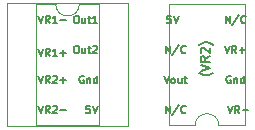
<source format=gbr>
%TF.GenerationSoftware,KiCad,Pcbnew,(5.1.6)-1*%
%TF.CreationDate,2022-10-11T15:47:42-07:00*%
%TF.ProjectId,DIP8_Adapter_B,44495038-5f41-4646-9170-7465725f422e,rev?*%
%TF.SameCoordinates,Original*%
%TF.FileFunction,Legend,Top*%
%TF.FilePolarity,Positive*%
%FSLAX46Y46*%
G04 Gerber Fmt 4.6, Leading zero omitted, Abs format (unit mm)*
G04 Created by KiCad (PCBNEW (5.1.6)-1) date 2022-10-11 15:47:42*
%MOMM*%
%LPD*%
G01*
G04 APERTURE LIST*
%ADD10C,0.127000*%
%ADD11C,0.150000*%
%ADD12C,0.120000*%
G04 APERTURE END LIST*
D10*
X145161000Y-82713285D02*
X145124714Y-82749571D01*
X145015857Y-82822142D01*
X144943285Y-82858428D01*
X144834428Y-82894714D01*
X144653000Y-82931000D01*
X144507857Y-82931000D01*
X144326428Y-82894714D01*
X144217571Y-82858428D01*
X144145000Y-82822142D01*
X144036142Y-82749571D01*
X143999857Y-82713285D01*
X144108714Y-82531857D02*
X144870714Y-82277857D01*
X144108714Y-82023857D01*
X144870714Y-81334428D02*
X144507857Y-81588428D01*
X144870714Y-81769857D02*
X144108714Y-81769857D01*
X144108714Y-81479571D01*
X144145000Y-81407000D01*
X144181285Y-81370714D01*
X144253857Y-81334428D01*
X144362714Y-81334428D01*
X144435285Y-81370714D01*
X144471571Y-81407000D01*
X144507857Y-81479571D01*
X144507857Y-81769857D01*
X144181285Y-81044142D02*
X144145000Y-81007857D01*
X144108714Y-80935285D01*
X144108714Y-80753857D01*
X144145000Y-80681285D01*
X144181285Y-80645000D01*
X144253857Y-80608714D01*
X144326428Y-80608714D01*
X144435285Y-80645000D01*
X144870714Y-81080428D01*
X144870714Y-80608714D01*
X145161000Y-80354714D02*
X145124714Y-80318428D01*
X145015857Y-80245857D01*
X144943285Y-80209571D01*
X144834428Y-80173285D01*
X144653000Y-80137000D01*
X144507857Y-80137000D01*
X144326428Y-80173285D01*
X144217571Y-80209571D01*
X144145000Y-80245857D01*
X144036142Y-80318428D01*
X143999857Y-80354714D01*
X146397738Y-85504261D02*
X146609404Y-86139261D01*
X146821071Y-85504261D01*
X147395595Y-86139261D02*
X147183928Y-85836880D01*
X147032738Y-86139261D02*
X147032738Y-85504261D01*
X147274642Y-85504261D01*
X147335119Y-85534500D01*
X147365357Y-85564738D01*
X147395595Y-85625214D01*
X147395595Y-85715928D01*
X147365357Y-85776404D01*
X147335119Y-85806642D01*
X147274642Y-85836880D01*
X147032738Y-85836880D01*
X147667738Y-85897357D02*
X148151547Y-85897357D01*
X146657785Y-82994500D02*
X146597309Y-82964261D01*
X146506595Y-82964261D01*
X146415880Y-82994500D01*
X146355404Y-83054976D01*
X146325166Y-83115452D01*
X146294928Y-83236404D01*
X146294928Y-83327119D01*
X146325166Y-83448071D01*
X146355404Y-83508547D01*
X146415880Y-83569023D01*
X146506595Y-83599261D01*
X146567071Y-83599261D01*
X146657785Y-83569023D01*
X146688023Y-83538785D01*
X146688023Y-83327119D01*
X146567071Y-83327119D01*
X146960166Y-83175928D02*
X146960166Y-83599261D01*
X146960166Y-83236404D02*
X146990404Y-83206166D01*
X147050880Y-83175928D01*
X147141595Y-83175928D01*
X147202071Y-83206166D01*
X147232309Y-83266642D01*
X147232309Y-83599261D01*
X147806833Y-83599261D02*
X147806833Y-82964261D01*
X147806833Y-83569023D02*
X147746357Y-83599261D01*
X147625404Y-83599261D01*
X147564928Y-83569023D01*
X147534690Y-83538785D01*
X147504452Y-83478309D01*
X147504452Y-83296880D01*
X147534690Y-83236404D01*
X147564928Y-83206166D01*
X147625404Y-83175928D01*
X147746357Y-83175928D01*
X147806833Y-83206166D01*
X146143738Y-80424261D02*
X146355404Y-81059261D01*
X146567071Y-80424261D01*
X147141595Y-81059261D02*
X146929928Y-80756880D01*
X146778738Y-81059261D02*
X146778738Y-80424261D01*
X147020642Y-80424261D01*
X147081119Y-80454500D01*
X147111357Y-80484738D01*
X147141595Y-80545214D01*
X147141595Y-80635928D01*
X147111357Y-80696404D01*
X147081119Y-80726642D01*
X147020642Y-80756880D01*
X146778738Y-80756880D01*
X147413738Y-80817357D02*
X147897547Y-80817357D01*
X147655642Y-81059261D02*
X147655642Y-80575452D01*
X146234452Y-78519261D02*
X146234452Y-77884261D01*
X146597309Y-78519261D01*
X146597309Y-77884261D01*
X147353261Y-77854023D02*
X146808976Y-78670452D01*
X147927785Y-78458785D02*
X147897547Y-78489023D01*
X147806833Y-78519261D01*
X147746357Y-78519261D01*
X147655642Y-78489023D01*
X147595166Y-78428547D01*
X147564928Y-78368071D01*
X147534690Y-78247119D01*
X147534690Y-78156404D01*
X147564928Y-78035452D01*
X147595166Y-77974976D01*
X147655642Y-77914500D01*
X147746357Y-77884261D01*
X147806833Y-77884261D01*
X147897547Y-77914500D01*
X147927785Y-77944738D01*
X141154452Y-86139261D02*
X141154452Y-85504261D01*
X141517309Y-86139261D01*
X141517309Y-85504261D01*
X142273261Y-85474023D02*
X141728976Y-86290452D01*
X142847785Y-86078785D02*
X142817547Y-86109023D01*
X142726833Y-86139261D01*
X142666357Y-86139261D01*
X142575642Y-86109023D01*
X142515166Y-86048547D01*
X142484928Y-85988071D01*
X142454690Y-85867119D01*
X142454690Y-85776404D01*
X142484928Y-85655452D01*
X142515166Y-85594976D01*
X142575642Y-85534500D01*
X142666357Y-85504261D01*
X142726833Y-85504261D01*
X142817547Y-85534500D01*
X142847785Y-85564738D01*
X141018380Y-82964261D02*
X141230047Y-83599261D01*
X141441714Y-82964261D01*
X141744095Y-83599261D02*
X141683619Y-83569023D01*
X141653380Y-83538785D01*
X141623142Y-83478309D01*
X141623142Y-83296880D01*
X141653380Y-83236404D01*
X141683619Y-83206166D01*
X141744095Y-83175928D01*
X141834809Y-83175928D01*
X141895285Y-83206166D01*
X141925523Y-83236404D01*
X141955761Y-83296880D01*
X141955761Y-83478309D01*
X141925523Y-83538785D01*
X141895285Y-83569023D01*
X141834809Y-83599261D01*
X141744095Y-83599261D01*
X142500047Y-83175928D02*
X142500047Y-83599261D01*
X142227904Y-83175928D02*
X142227904Y-83508547D01*
X142258142Y-83569023D01*
X142318619Y-83599261D01*
X142409333Y-83599261D01*
X142469809Y-83569023D01*
X142500047Y-83538785D01*
X142711714Y-83175928D02*
X142953619Y-83175928D01*
X142802428Y-82964261D02*
X142802428Y-83508547D01*
X142832666Y-83569023D01*
X142893142Y-83599261D01*
X142953619Y-83599261D01*
X141154452Y-81059261D02*
X141154452Y-80424261D01*
X141517309Y-81059261D01*
X141517309Y-80424261D01*
X142273261Y-80394023D02*
X141728976Y-81210452D01*
X142847785Y-80998785D02*
X142817547Y-81029023D01*
X142726833Y-81059261D01*
X142666357Y-81059261D01*
X142575642Y-81029023D01*
X142515166Y-80968547D01*
X142484928Y-80908071D01*
X142454690Y-80787119D01*
X142454690Y-80696404D01*
X142484928Y-80575452D01*
X142515166Y-80514976D01*
X142575642Y-80454500D01*
X142666357Y-80424261D01*
X142726833Y-80424261D01*
X142817547Y-80454500D01*
X142847785Y-80484738D01*
X141611047Y-77884261D02*
X141308666Y-77884261D01*
X141278428Y-78186642D01*
X141308666Y-78156404D01*
X141369142Y-78126166D01*
X141520333Y-78126166D01*
X141580809Y-78156404D01*
X141611047Y-78186642D01*
X141641285Y-78247119D01*
X141641285Y-78398309D01*
X141611047Y-78458785D01*
X141580809Y-78489023D01*
X141520333Y-78519261D01*
X141369142Y-78519261D01*
X141308666Y-78489023D01*
X141278428Y-78458785D01*
X141822714Y-77884261D02*
X142034380Y-78519261D01*
X142246047Y-77884261D01*
D11*
X134753047Y-85504261D02*
X134450666Y-85504261D01*
X134420428Y-85806642D01*
X134450666Y-85776404D01*
X134511142Y-85746166D01*
X134662333Y-85746166D01*
X134722809Y-85776404D01*
X134753047Y-85806642D01*
X134783285Y-85867119D01*
X134783285Y-86018309D01*
X134753047Y-86078785D01*
X134722809Y-86109023D01*
X134662333Y-86139261D01*
X134511142Y-86139261D01*
X134450666Y-86109023D01*
X134420428Y-86078785D01*
X134964714Y-85504261D02*
X135176380Y-86139261D01*
X135388047Y-85504261D01*
D10*
X134211785Y-82994500D02*
X134151309Y-82964261D01*
X134060595Y-82964261D01*
X133969880Y-82994500D01*
X133909404Y-83054976D01*
X133879166Y-83115452D01*
X133848928Y-83236404D01*
X133848928Y-83327119D01*
X133879166Y-83448071D01*
X133909404Y-83508547D01*
X133969880Y-83569023D01*
X134060595Y-83599261D01*
X134121071Y-83599261D01*
X134211785Y-83569023D01*
X134242023Y-83538785D01*
X134242023Y-83327119D01*
X134121071Y-83327119D01*
X134514166Y-83175928D02*
X134514166Y-83599261D01*
X134514166Y-83236404D02*
X134544404Y-83206166D01*
X134604880Y-83175928D01*
X134695595Y-83175928D01*
X134756071Y-83206166D01*
X134786309Y-83266642D01*
X134786309Y-83599261D01*
X135360833Y-83599261D02*
X135360833Y-82964261D01*
X135360833Y-83569023D02*
X135300357Y-83599261D01*
X135179404Y-83599261D01*
X135118928Y-83569023D01*
X135088690Y-83538785D01*
X135058452Y-83478309D01*
X135058452Y-83296880D01*
X135088690Y-83236404D01*
X135118928Y-83206166D01*
X135179404Y-83175928D01*
X135300357Y-83175928D01*
X135360833Y-83206166D01*
X133534452Y-80424261D02*
X133655404Y-80424261D01*
X133715880Y-80454500D01*
X133776357Y-80514976D01*
X133806595Y-80635928D01*
X133806595Y-80847595D01*
X133776357Y-80968547D01*
X133715880Y-81029023D01*
X133655404Y-81059261D01*
X133534452Y-81059261D01*
X133473976Y-81029023D01*
X133413500Y-80968547D01*
X133383261Y-80847595D01*
X133383261Y-80635928D01*
X133413500Y-80514976D01*
X133473976Y-80454500D01*
X133534452Y-80424261D01*
X134350880Y-80635928D02*
X134350880Y-81059261D01*
X134078738Y-80635928D02*
X134078738Y-80968547D01*
X134108976Y-81029023D01*
X134169452Y-81059261D01*
X134260166Y-81059261D01*
X134320642Y-81029023D01*
X134350880Y-80998785D01*
X134562547Y-80635928D02*
X134804452Y-80635928D01*
X134653261Y-80424261D02*
X134653261Y-80968547D01*
X134683500Y-81029023D01*
X134743976Y-81059261D01*
X134804452Y-81059261D01*
X134985880Y-80484738D02*
X135016119Y-80454500D01*
X135076595Y-80424261D01*
X135227785Y-80424261D01*
X135288261Y-80454500D01*
X135318500Y-80484738D01*
X135348738Y-80545214D01*
X135348738Y-80605690D01*
X135318500Y-80696404D01*
X134955642Y-81059261D01*
X135348738Y-81059261D01*
X133534452Y-77884261D02*
X133655404Y-77884261D01*
X133715880Y-77914500D01*
X133776357Y-77974976D01*
X133806595Y-78095928D01*
X133806595Y-78307595D01*
X133776357Y-78428547D01*
X133715880Y-78489023D01*
X133655404Y-78519261D01*
X133534452Y-78519261D01*
X133473976Y-78489023D01*
X133413500Y-78428547D01*
X133383261Y-78307595D01*
X133383261Y-78095928D01*
X133413500Y-77974976D01*
X133473976Y-77914500D01*
X133534452Y-77884261D01*
X134350880Y-78095928D02*
X134350880Y-78519261D01*
X134078738Y-78095928D02*
X134078738Y-78428547D01*
X134108976Y-78489023D01*
X134169452Y-78519261D01*
X134260166Y-78519261D01*
X134320642Y-78489023D01*
X134350880Y-78458785D01*
X134562547Y-78095928D02*
X134804452Y-78095928D01*
X134653261Y-77884261D02*
X134653261Y-78428547D01*
X134683500Y-78489023D01*
X134743976Y-78519261D01*
X134804452Y-78519261D01*
X135348738Y-78519261D02*
X134985880Y-78519261D01*
X135167309Y-78519261D02*
X135167309Y-77884261D01*
X135106833Y-77974976D01*
X135046357Y-78035452D01*
X134985880Y-78065690D01*
D11*
X130347357Y-85504261D02*
X130559023Y-86139261D01*
X130770690Y-85504261D01*
X131345214Y-86139261D02*
X131133547Y-85836880D01*
X130982357Y-86139261D02*
X130982357Y-85504261D01*
X131224261Y-85504261D01*
X131284738Y-85534500D01*
X131314976Y-85564738D01*
X131345214Y-85625214D01*
X131345214Y-85715928D01*
X131314976Y-85776404D01*
X131284738Y-85806642D01*
X131224261Y-85836880D01*
X130982357Y-85836880D01*
X131587119Y-85564738D02*
X131617357Y-85534500D01*
X131677833Y-85504261D01*
X131829023Y-85504261D01*
X131889500Y-85534500D01*
X131919738Y-85564738D01*
X131949976Y-85625214D01*
X131949976Y-85685690D01*
X131919738Y-85776404D01*
X131556880Y-86139261D01*
X131949976Y-86139261D01*
X132222119Y-85897357D02*
X132705928Y-85897357D01*
D10*
X130347357Y-82964261D02*
X130559023Y-83599261D01*
X130770690Y-82964261D01*
X131345214Y-83599261D02*
X131133547Y-83296880D01*
X130982357Y-83599261D02*
X130982357Y-82964261D01*
X131224261Y-82964261D01*
X131284738Y-82994500D01*
X131314976Y-83024738D01*
X131345214Y-83085214D01*
X131345214Y-83175928D01*
X131314976Y-83236404D01*
X131284738Y-83266642D01*
X131224261Y-83296880D01*
X130982357Y-83296880D01*
X131587119Y-83024738D02*
X131617357Y-82994500D01*
X131677833Y-82964261D01*
X131829023Y-82964261D01*
X131889500Y-82994500D01*
X131919738Y-83024738D01*
X131949976Y-83085214D01*
X131949976Y-83145690D01*
X131919738Y-83236404D01*
X131556880Y-83599261D01*
X131949976Y-83599261D01*
X132222119Y-83357357D02*
X132705928Y-83357357D01*
X132464023Y-83599261D02*
X132464023Y-83115452D01*
D11*
X130347357Y-80678261D02*
X130559023Y-81313261D01*
X130770690Y-80678261D01*
X131345214Y-81313261D02*
X131133547Y-81010880D01*
X130982357Y-81313261D02*
X130982357Y-80678261D01*
X131224261Y-80678261D01*
X131284738Y-80708500D01*
X131314976Y-80738738D01*
X131345214Y-80799214D01*
X131345214Y-80889928D01*
X131314976Y-80950404D01*
X131284738Y-80980642D01*
X131224261Y-81010880D01*
X130982357Y-81010880D01*
X131949976Y-81313261D02*
X131587119Y-81313261D01*
X131768547Y-81313261D02*
X131768547Y-80678261D01*
X131708071Y-80768976D01*
X131647595Y-80829452D01*
X131587119Y-80859690D01*
X132222119Y-81071357D02*
X132705928Y-81071357D01*
X132464023Y-81313261D02*
X132464023Y-80829452D01*
D10*
X130347357Y-77884261D02*
X130559023Y-78519261D01*
X130770690Y-77884261D01*
X131345214Y-78519261D02*
X131133547Y-78216880D01*
X130982357Y-78519261D02*
X130982357Y-77884261D01*
X131224261Y-77884261D01*
X131284738Y-77914500D01*
X131314976Y-77944738D01*
X131345214Y-78005214D01*
X131345214Y-78095928D01*
X131314976Y-78156404D01*
X131284738Y-78186642D01*
X131224261Y-78216880D01*
X130982357Y-78216880D01*
X131949976Y-78519261D02*
X131587119Y-78519261D01*
X131768547Y-78519261D02*
X131768547Y-77884261D01*
X131708071Y-77974976D01*
X131647595Y-78035452D01*
X131587119Y-78065690D01*
X132222119Y-78277357D02*
X132705928Y-78277357D01*
D12*
%TO.C,U2*%
X141418000Y-87182000D02*
X143653000Y-87182000D01*
X141418000Y-76902000D02*
X141418000Y-87182000D01*
X147888000Y-76902000D02*
X141418000Y-76902000D01*
X147888000Y-87182000D02*
X147888000Y-76902000D01*
X145653000Y-87182000D02*
X147888000Y-87182000D01*
X143653000Y-87182000D02*
G75*
G02*
X145653000Y-87182000I1000000J0D01*
G01*
%TO.C,U1*%
X137982000Y-76842000D02*
X127702000Y-76842000D01*
X137982000Y-87242000D02*
X137982000Y-76842000D01*
X127702000Y-87242000D02*
X137982000Y-87242000D01*
X127702000Y-76842000D02*
X127702000Y-87242000D01*
X135492000Y-76902000D02*
X133842000Y-76902000D01*
X135492000Y-87182000D02*
X135492000Y-76902000D01*
X130192000Y-87182000D02*
X135492000Y-87182000D01*
X130192000Y-76902000D02*
X130192000Y-87182000D01*
X131842000Y-76902000D02*
X130192000Y-76902000D01*
X133842000Y-76902000D02*
G75*
G02*
X131842000Y-76902000I-1000000J0D01*
G01*
%TD*%
M02*

</source>
